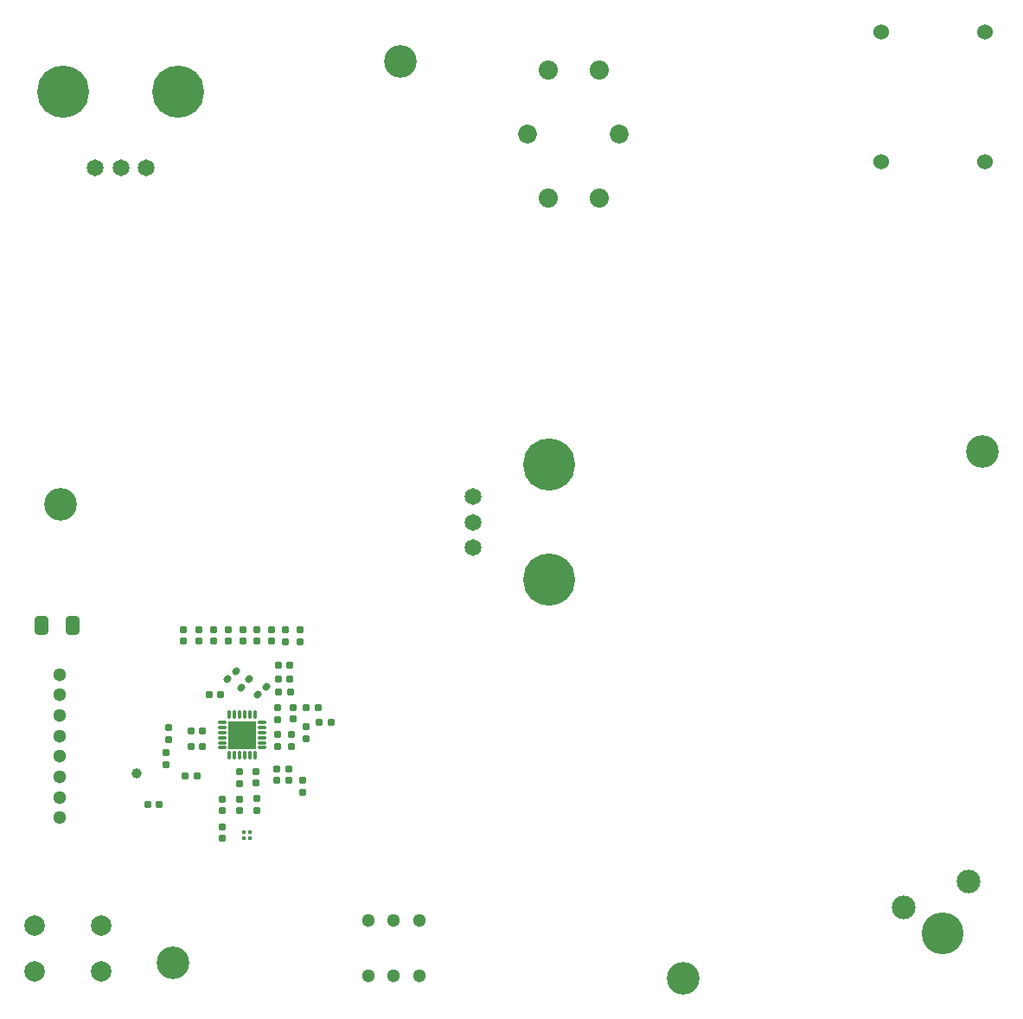
<source format=gts>
G04 #@! TF.GenerationSoftware,KiCad,Pcbnew,7.0.1*
G04 #@! TF.CreationDate,2023-10-11T19:34:26-05:00*
G04 #@! TF.ProjectId,Tactile_Board,54616374-696c-4655-9f42-6f6172642e6b,1*
G04 #@! TF.SameCoordinates,Original*
G04 #@! TF.FileFunction,Soldermask,Top*
G04 #@! TF.FilePolarity,Negative*
%FSLAX46Y46*%
G04 Gerber Fmt 4.6, Leading zero omitted, Abs format (unit mm)*
G04 Created by KiCad (PCBNEW 7.0.1) date 2023-10-11 19:34:26*
%MOMM*%
%LPD*%
G01*
G04 APERTURE LIST*
G04 Aperture macros list*
%AMRoundRect*
0 Rectangle with rounded corners*
0 $1 Rounding radius*
0 $2 $3 $4 $5 $6 $7 $8 $9 X,Y pos of 4 corners*
0 Add a 4 corners polygon primitive as box body*
4,1,4,$2,$3,$4,$5,$6,$7,$8,$9,$2,$3,0*
0 Add four circle primitives for the rounded corners*
1,1,$1+$1,$2,$3*
1,1,$1+$1,$4,$5*
1,1,$1+$1,$6,$7*
1,1,$1+$1,$8,$9*
0 Add four rect primitives between the rounded corners*
20,1,$1+$1,$2,$3,$4,$5,0*
20,1,$1+$1,$4,$5,$6,$7,0*
20,1,$1+$1,$6,$7,$8,$9,0*
20,1,$1+$1,$8,$9,$2,$3,0*%
G04 Aperture macros list end*
%ADD10C,2.000000*%
%ADD11C,3.200000*%
%ADD12RoundRect,0.155000X-0.212500X-0.155000X0.212500X-0.155000X0.212500X0.155000X-0.212500X0.155000X0*%
%ADD13RoundRect,0.155000X-0.040659X-0.259862X0.259862X0.040659X0.040659X0.259862X-0.259862X-0.040659X0*%
%ADD14RoundRect,0.155000X-0.155000X0.212500X-0.155000X-0.212500X0.155000X-0.212500X0.155000X0.212500X0*%
%ADD15RoundRect,0.155000X0.212500X0.155000X-0.212500X0.155000X-0.212500X-0.155000X0.212500X-0.155000X0*%
%ADD16RoundRect,0.155000X0.155000X-0.212500X0.155000X0.212500X-0.155000X0.212500X-0.155000X-0.212500X0*%
%ADD17C,4.100000*%
%ADD18C,2.324000*%
%ADD19C,1.000000*%
%ADD20C,1.650000*%
%ADD21C,5.100000*%
%ADD22C,1.850000*%
%ADD23C,1.875000*%
%ADD24RoundRect,0.155000X0.040659X0.259862X-0.259862X-0.040659X-0.040659X-0.259862X0.259862X0.040659X0*%
%ADD25C,1.300000*%
%ADD26RoundRect,0.067500X0.067500X-0.332500X0.067500X0.332500X-0.067500X0.332500X-0.067500X-0.332500X0*%
%ADD27RoundRect,0.067500X0.332500X-0.067500X0.332500X0.067500X-0.332500X0.067500X-0.332500X-0.067500X0*%
%ADD28R,2.700000X2.700000*%
%ADD29C,1.524000*%
%ADD30RoundRect,0.250000X0.412500X0.650000X-0.412500X0.650000X-0.412500X-0.650000X0.412500X-0.650000X0*%
%ADD31R,0.400000X0.400000*%
G04 APERTURE END LIST*
D10*
X162052000Y-109858800D03*
X168552000Y-109858800D03*
X162052000Y-114358800D03*
X168552000Y-114358800D03*
D11*
X225542000Y-115066000D03*
D12*
X177383700Y-90823600D03*
X178518700Y-90823600D03*
D13*
X182274317Y-86602083D03*
X183076883Y-85799517D03*
D14*
X180440400Y-100212900D03*
X180440400Y-101347900D03*
D15*
X191066300Y-89960000D03*
X189931300Y-89960000D03*
X187053100Y-85794400D03*
X185918100Y-85794400D03*
D14*
X188009600Y-80959700D03*
X188009600Y-82094700D03*
D11*
X175612000Y-113576000D03*
D12*
X185918100Y-84422800D03*
X187053100Y-84422800D03*
D14*
X185876000Y-88571000D03*
X185876000Y-89706000D03*
X186638000Y-80959700D03*
X186638000Y-82094700D03*
D15*
X189796300Y-88588400D03*
X188661300Y-88588400D03*
D16*
X183768200Y-95937300D03*
X183768200Y-94802300D03*
D14*
X182116800Y-97520500D03*
X182116800Y-98655500D03*
D16*
X188263600Y-96835400D03*
X188263600Y-95700400D03*
D11*
X254862000Y-63476000D03*
D16*
X182421600Y-82043900D03*
X182421600Y-80908900D03*
D15*
X187103900Y-87064400D03*
X185968900Y-87064400D03*
D16*
X178103600Y-82035200D03*
X178103600Y-80900200D03*
D15*
X174260200Y-98037200D03*
X173125200Y-98037200D03*
D17*
X250950800Y-110635600D03*
D18*
X247140800Y-108095600D03*
X253490800Y-105555600D03*
D19*
X172058400Y-94989200D03*
D20*
X204957200Y-67902800D03*
X204957200Y-72902800D03*
D21*
X212457200Y-64802800D03*
D20*
X204957200Y-70402800D03*
D21*
X212457200Y-76002800D03*
D16*
X174903200Y-94134300D03*
X174903200Y-92999300D03*
D14*
X180999200Y-80908900D03*
X180999200Y-82043900D03*
D22*
X210320799Y-32428400D03*
X219320799Y-32428400D03*
D23*
X212320799Y-38678400D03*
X212320799Y-26178400D03*
X217320799Y-38678400D03*
X217320799Y-26178400D03*
D14*
X187400000Y-88528900D03*
X187400000Y-89663900D03*
X187196800Y-91221300D03*
X187196800Y-92356300D03*
D16*
X176630400Y-82035200D03*
X176630400Y-80900200D03*
D12*
X177383700Y-92398400D03*
X178518700Y-92398400D03*
X179161700Y-87318400D03*
X180296700Y-87318400D03*
D16*
X186942800Y-95709100D03*
X186942800Y-94574100D03*
D11*
X197852000Y-25347000D03*
D14*
X183793200Y-97469700D03*
X183793200Y-98604700D03*
X188619200Y-90459300D03*
X188619200Y-91594300D03*
D24*
X184702483Y-86510717D03*
X183899917Y-87313283D03*
D16*
X182091800Y-95988100D03*
X182091800Y-94853100D03*
X185266400Y-82043900D03*
X185266400Y-80908900D03*
D11*
X164572000Y-68697000D03*
D14*
X185876000Y-91212600D03*
X185876000Y-92347600D03*
D20*
X167983600Y-35737000D03*
X172983600Y-35737000D03*
D21*
X164883600Y-28237000D03*
D20*
X170483600Y-35737000D03*
D21*
X176083600Y-28237000D03*
D25*
X164540000Y-85325000D03*
X164540000Y-87325000D03*
X164540000Y-89325000D03*
X164540000Y-91325000D03*
X164540000Y-93325000D03*
X164540000Y-95325000D03*
X164540000Y-97325000D03*
X164540000Y-99325000D03*
D26*
X181110000Y-93220000D03*
X181610000Y-93220000D03*
X182110000Y-93220000D03*
X182610000Y-93220000D03*
X183110000Y-93220000D03*
X183610000Y-93220000D03*
D27*
X184335000Y-92495000D03*
X184335000Y-91995000D03*
X184335000Y-91495000D03*
X184335000Y-90995000D03*
X184335000Y-90495000D03*
X184335000Y-89995000D03*
D26*
X183610000Y-89270000D03*
X183110000Y-89270000D03*
X182610000Y-89270000D03*
X182110000Y-89270000D03*
X181610000Y-89270000D03*
X181110000Y-89270000D03*
D27*
X180385000Y-89995000D03*
X180385000Y-90495000D03*
X180385000Y-90995000D03*
X180385000Y-91495000D03*
X180385000Y-91995000D03*
X180385000Y-92495000D03*
D28*
X182360000Y-91245000D03*
D16*
X179576800Y-82035200D03*
X179576800Y-80900200D03*
X183844000Y-82043900D03*
X183844000Y-80908900D03*
D24*
X181756083Y-84986717D03*
X180953517Y-85789283D03*
D14*
X180440400Y-97520500D03*
X180440400Y-98655500D03*
D29*
X244956400Y-22446800D03*
X244956400Y-35146800D03*
X255116400Y-22446800D03*
X255116400Y-35146800D03*
D14*
X175157200Y-90535500D03*
X175157200Y-91670500D03*
D30*
X165817700Y-80511200D03*
X162692700Y-80511200D03*
D25*
X194715200Y-109416400D03*
X194715200Y-114816400D03*
X197215200Y-109416400D03*
X197215200Y-114816400D03*
X199715200Y-109416400D03*
X199715200Y-114816400D03*
D16*
X185774400Y-95709100D03*
X185774400Y-94574100D03*
D31*
X183174000Y-100729600D03*
X182574000Y-100729600D03*
X182574000Y-101329600D03*
X183174000Y-101329600D03*
D12*
X176799900Y-95269000D03*
X177934900Y-95269000D03*
M02*

</source>
